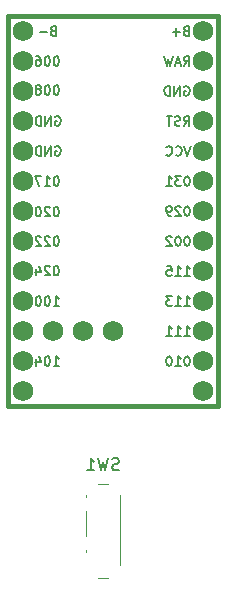
<source format=gbr>
%TF.GenerationSoftware,KiCad,Pcbnew,(6.0.4)*%
%TF.CreationDate,2022-05-05T21:52:17+02:00*%
%TF.ProjectId,Diom-34SP_PCB-rounded,44696f6d-2d33-4345-9350-5f5043422d72,rev?*%
%TF.SameCoordinates,Original*%
%TF.FileFunction,Legend,Bot*%
%TF.FilePolarity,Positive*%
%FSLAX46Y46*%
G04 Gerber Fmt 4.6, Leading zero omitted, Abs format (unit mm)*
G04 Created by KiCad (PCBNEW (6.0.4)) date 2022-05-05 21:52:17*
%MOMM*%
%LPD*%
G01*
G04 APERTURE LIST*
%ADD10C,0.150000*%
%ADD11C,0.381000*%
%ADD12C,0.120000*%
%ADD13C,1.752600*%
G04 APERTURE END LIST*
D10*
%TO.C,U1*%
X193318355Y-69817404D02*
X193775498Y-69817404D01*
X193546926Y-69817404D02*
X193546926Y-69017404D01*
X193623117Y-69131690D01*
X193699307Y-69207880D01*
X193775498Y-69245976D01*
X192556450Y-69817404D02*
X193013593Y-69817404D01*
X192785022Y-69817404D02*
X192785022Y-69017404D01*
X192861212Y-69131690D01*
X192937402Y-69207880D01*
X193013593Y-69245976D01*
X192289783Y-69017404D02*
X191794545Y-69017404D01*
X192061212Y-69322166D01*
X191946926Y-69322166D01*
X191870736Y-69360261D01*
X191832641Y-69398357D01*
X191794545Y-69474547D01*
X191794545Y-69665023D01*
X191832641Y-69741214D01*
X191870736Y-69779309D01*
X191946926Y-69817404D01*
X192175498Y-69817404D01*
X192251688Y-69779309D01*
X192289783Y-69741214D01*
X182396354Y-53815500D02*
X182472545Y-53777404D01*
X182586831Y-53777404D01*
X182701116Y-53815500D01*
X182777307Y-53891690D01*
X182815402Y-53967880D01*
X182853497Y-54120261D01*
X182853497Y-54234547D01*
X182815402Y-54386928D01*
X182777307Y-54463119D01*
X182701116Y-54539309D01*
X182586831Y-54577404D01*
X182510640Y-54577404D01*
X182396354Y-54539309D01*
X182358259Y-54501214D01*
X182358259Y-54234547D01*
X182510640Y-54234547D01*
X182015402Y-54577404D02*
X182015402Y-53777404D01*
X181558259Y-54577404D01*
X181558259Y-53777404D01*
X181177307Y-54577404D02*
X181177307Y-53777404D01*
X180986831Y-53777404D01*
X180872545Y-53815500D01*
X180796354Y-53891690D01*
X180758259Y-53967880D01*
X180720164Y-54120261D01*
X180720164Y-54234547D01*
X180758259Y-54386928D01*
X180796354Y-54463119D01*
X180872545Y-54539309D01*
X180986831Y-54577404D01*
X181177307Y-54577404D01*
X182510641Y-48697404D02*
X182434450Y-48697404D01*
X182358260Y-48735500D01*
X182320164Y-48773595D01*
X182282069Y-48849785D01*
X182243974Y-49002166D01*
X182243974Y-49192642D01*
X182282069Y-49345023D01*
X182320164Y-49421214D01*
X182358260Y-49459309D01*
X182434450Y-49497404D01*
X182510641Y-49497404D01*
X182586831Y-49459309D01*
X182624926Y-49421214D01*
X182663021Y-49345023D01*
X182701117Y-49192642D01*
X182701117Y-49002166D01*
X182663021Y-48849785D01*
X182624926Y-48773595D01*
X182586831Y-48735500D01*
X182510641Y-48697404D01*
X181748736Y-48697404D02*
X181672545Y-48697404D01*
X181596355Y-48735500D01*
X181558260Y-48773595D01*
X181520164Y-48849785D01*
X181482069Y-49002166D01*
X181482069Y-49192642D01*
X181520164Y-49345023D01*
X181558260Y-49421214D01*
X181596355Y-49459309D01*
X181672545Y-49497404D01*
X181748736Y-49497404D01*
X181824926Y-49459309D01*
X181863021Y-49421214D01*
X181901117Y-49345023D01*
X181939212Y-49192642D01*
X181939212Y-49002166D01*
X181901117Y-48849785D01*
X181863021Y-48773595D01*
X181824926Y-48735500D01*
X181748736Y-48697404D01*
X180796355Y-48697404D02*
X180948736Y-48697404D01*
X181024926Y-48735500D01*
X181063021Y-48773595D01*
X181139212Y-48887880D01*
X181177307Y-49040261D01*
X181177307Y-49345023D01*
X181139212Y-49421214D01*
X181101117Y-49459309D01*
X181024926Y-49497404D01*
X180872545Y-49497404D01*
X180796355Y-49459309D01*
X180758260Y-49421214D01*
X180720164Y-49345023D01*
X180720164Y-49154547D01*
X180758260Y-49078357D01*
X180796355Y-49040261D01*
X180872545Y-49002166D01*
X181024926Y-49002166D01*
X181101117Y-49040261D01*
X181139212Y-49078357D01*
X181177307Y-49154547D01*
X193318355Y-67277404D02*
X193775498Y-67277404D01*
X193546926Y-67277404D02*
X193546926Y-66477404D01*
X193623117Y-66591690D01*
X193699307Y-66667880D01*
X193775498Y-66705976D01*
X192556450Y-67277404D02*
X193013593Y-67277404D01*
X192785022Y-67277404D02*
X192785022Y-66477404D01*
X192861212Y-66591690D01*
X192937402Y-66667880D01*
X193013593Y-66705976D01*
X191832641Y-66477404D02*
X192213593Y-66477404D01*
X192251688Y-66858357D01*
X192213593Y-66820261D01*
X192137402Y-66782166D01*
X191946926Y-66782166D01*
X191870736Y-66820261D01*
X191832641Y-66858357D01*
X191794545Y-66934547D01*
X191794545Y-67125023D01*
X191832641Y-67201214D01*
X191870736Y-67239309D01*
X191946926Y-67277404D01*
X192137402Y-67277404D01*
X192213593Y-67239309D01*
X192251688Y-67201214D01*
X193585022Y-58857404D02*
X193508831Y-58857404D01*
X193432641Y-58895500D01*
X193394545Y-58933595D01*
X193356450Y-59009785D01*
X193318355Y-59162166D01*
X193318355Y-59352642D01*
X193356450Y-59505023D01*
X193394545Y-59581214D01*
X193432641Y-59619309D01*
X193508831Y-59657404D01*
X193585022Y-59657404D01*
X193661212Y-59619309D01*
X193699307Y-59581214D01*
X193737402Y-59505023D01*
X193775498Y-59352642D01*
X193775498Y-59162166D01*
X193737402Y-59009785D01*
X193699307Y-58933595D01*
X193661212Y-58895500D01*
X193585022Y-58857404D01*
X193051688Y-58857404D02*
X192556450Y-58857404D01*
X192823117Y-59162166D01*
X192708831Y-59162166D01*
X192632641Y-59200261D01*
X192594545Y-59238357D01*
X192556450Y-59314547D01*
X192556450Y-59505023D01*
X192594545Y-59581214D01*
X192632641Y-59619309D01*
X192708831Y-59657404D01*
X192937402Y-59657404D01*
X193013593Y-59619309D01*
X193051688Y-59581214D01*
X191794545Y-59657404D02*
X192251688Y-59657404D01*
X192023117Y-59657404D02*
X192023117Y-58857404D01*
X192099307Y-58971690D01*
X192175498Y-59047880D01*
X192251688Y-59085976D01*
X193464403Y-46538357D02*
X193350117Y-46576452D01*
X193312022Y-46614547D01*
X193273927Y-46690738D01*
X193273927Y-46805023D01*
X193312022Y-46881214D01*
X193350117Y-46919309D01*
X193426308Y-46957404D01*
X193731069Y-46957404D01*
X193731069Y-46157404D01*
X193464403Y-46157404D01*
X193388212Y-46195500D01*
X193350117Y-46233595D01*
X193312022Y-46309785D01*
X193312022Y-46385976D01*
X193350117Y-46462166D01*
X193388212Y-46500261D01*
X193464403Y-46538357D01*
X193731069Y-46538357D01*
X192931069Y-46652642D02*
X192321546Y-46652642D01*
X192626308Y-46957404D02*
X192626308Y-46347880D01*
X182510641Y-58857404D02*
X182434450Y-58857404D01*
X182358260Y-58895500D01*
X182320164Y-58933595D01*
X182282069Y-59009785D01*
X182243974Y-59162166D01*
X182243974Y-59352642D01*
X182282069Y-59505023D01*
X182320164Y-59581214D01*
X182358260Y-59619309D01*
X182434450Y-59657404D01*
X182510641Y-59657404D01*
X182586831Y-59619309D01*
X182624926Y-59581214D01*
X182663021Y-59505023D01*
X182701117Y-59352642D01*
X182701117Y-59162166D01*
X182663021Y-59009785D01*
X182624926Y-58933595D01*
X182586831Y-58895500D01*
X182510641Y-58857404D01*
X181482069Y-59657404D02*
X181939212Y-59657404D01*
X181710641Y-59657404D02*
X181710641Y-58857404D01*
X181786831Y-58971690D01*
X181863021Y-59047880D01*
X181939212Y-59085976D01*
X181215402Y-58857404D02*
X180682069Y-58857404D01*
X181024926Y-59657404D01*
X193585022Y-63937404D02*
X193508831Y-63937404D01*
X193432641Y-63975500D01*
X193394545Y-64013595D01*
X193356450Y-64089785D01*
X193318355Y-64242166D01*
X193318355Y-64432642D01*
X193356450Y-64585023D01*
X193394545Y-64661214D01*
X193432641Y-64699309D01*
X193508831Y-64737404D01*
X193585022Y-64737404D01*
X193661212Y-64699309D01*
X193699307Y-64661214D01*
X193737402Y-64585023D01*
X193775498Y-64432642D01*
X193775498Y-64242166D01*
X193737402Y-64089785D01*
X193699307Y-64013595D01*
X193661212Y-63975500D01*
X193585022Y-63937404D01*
X192823117Y-63937404D02*
X192746926Y-63937404D01*
X192670736Y-63975500D01*
X192632641Y-64013595D01*
X192594545Y-64089785D01*
X192556450Y-64242166D01*
X192556450Y-64432642D01*
X192594545Y-64585023D01*
X192632641Y-64661214D01*
X192670736Y-64699309D01*
X192746926Y-64737404D01*
X192823117Y-64737404D01*
X192899307Y-64699309D01*
X192937402Y-64661214D01*
X192975498Y-64585023D01*
X193013593Y-64432642D01*
X193013593Y-64242166D01*
X192975498Y-64089785D01*
X192937402Y-64013595D01*
X192899307Y-63975500D01*
X192823117Y-63937404D01*
X192251688Y-64013595D02*
X192213593Y-63975500D01*
X192137402Y-63937404D01*
X191946926Y-63937404D01*
X191870736Y-63975500D01*
X191832641Y-64013595D01*
X191794545Y-64089785D01*
X191794545Y-64165976D01*
X191832641Y-64280261D01*
X192289783Y-64737404D01*
X191794545Y-64737404D01*
X182510641Y-63967404D02*
X182434450Y-63967404D01*
X182358260Y-64005500D01*
X182320164Y-64043595D01*
X182282069Y-64119785D01*
X182243974Y-64272166D01*
X182243974Y-64462642D01*
X182282069Y-64615023D01*
X182320164Y-64691214D01*
X182358260Y-64729309D01*
X182434450Y-64767404D01*
X182510641Y-64767404D01*
X182586831Y-64729309D01*
X182624926Y-64691214D01*
X182663021Y-64615023D01*
X182701117Y-64462642D01*
X182701117Y-64272166D01*
X182663021Y-64119785D01*
X182624926Y-64043595D01*
X182586831Y-64005500D01*
X182510641Y-63967404D01*
X181939212Y-64043595D02*
X181901117Y-64005500D01*
X181824926Y-63967404D01*
X181634450Y-63967404D01*
X181558260Y-64005500D01*
X181520164Y-64043595D01*
X181482069Y-64119785D01*
X181482069Y-64195976D01*
X181520164Y-64310261D01*
X181977307Y-64767404D01*
X181482069Y-64767404D01*
X181177307Y-64043595D02*
X181139212Y-64005500D01*
X181063021Y-63967404D01*
X180872545Y-63967404D01*
X180796355Y-64005500D01*
X180758260Y-64043595D01*
X180720164Y-64119785D01*
X180720164Y-64195976D01*
X180758260Y-64310261D01*
X181215402Y-64767404D01*
X180720164Y-64767404D01*
X193318355Y-72357404D02*
X193775498Y-72357404D01*
X193546926Y-72357404D02*
X193546926Y-71557404D01*
X193623117Y-71671690D01*
X193699307Y-71747880D01*
X193775498Y-71785976D01*
X192556450Y-72357404D02*
X193013593Y-72357404D01*
X192785022Y-72357404D02*
X192785022Y-71557404D01*
X192861212Y-71671690D01*
X192937402Y-71747880D01*
X193013593Y-71785976D01*
X191794545Y-72357404D02*
X192251688Y-72357404D01*
X192023117Y-72357404D02*
X192023117Y-71557404D01*
X192099307Y-71671690D01*
X192175498Y-71747880D01*
X192251688Y-71785976D01*
X182510641Y-61467404D02*
X182434450Y-61467404D01*
X182358260Y-61505500D01*
X182320164Y-61543595D01*
X182282069Y-61619785D01*
X182243974Y-61772166D01*
X182243974Y-61962642D01*
X182282069Y-62115023D01*
X182320164Y-62191214D01*
X182358260Y-62229309D01*
X182434450Y-62267404D01*
X182510641Y-62267404D01*
X182586831Y-62229309D01*
X182624926Y-62191214D01*
X182663021Y-62115023D01*
X182701117Y-61962642D01*
X182701117Y-61772166D01*
X182663021Y-61619785D01*
X182624926Y-61543595D01*
X182586831Y-61505500D01*
X182510641Y-61467404D01*
X181939212Y-61543595D02*
X181901117Y-61505500D01*
X181824926Y-61467404D01*
X181634450Y-61467404D01*
X181558260Y-61505500D01*
X181520164Y-61543595D01*
X181482069Y-61619785D01*
X181482069Y-61695976D01*
X181520164Y-61810261D01*
X181977307Y-62267404D01*
X181482069Y-62267404D01*
X180986831Y-61467404D02*
X180910641Y-61467404D01*
X180834450Y-61505500D01*
X180796355Y-61543595D01*
X180758260Y-61619785D01*
X180720164Y-61772166D01*
X180720164Y-61962642D01*
X180758260Y-62115023D01*
X180796355Y-62191214D01*
X180834450Y-62229309D01*
X180910641Y-62267404D01*
X180986831Y-62267404D01*
X181063021Y-62229309D01*
X181101117Y-62191214D01*
X181139212Y-62115023D01*
X181177307Y-61962642D01*
X181177307Y-61772166D01*
X181139212Y-61619785D01*
X181101117Y-61543595D01*
X181063021Y-61505500D01*
X180986831Y-61467404D01*
X182396354Y-56355500D02*
X182472545Y-56317404D01*
X182586831Y-56317404D01*
X182701116Y-56355500D01*
X182777307Y-56431690D01*
X182815402Y-56507880D01*
X182853497Y-56660261D01*
X182853497Y-56774547D01*
X182815402Y-56926928D01*
X182777307Y-57003119D01*
X182701116Y-57079309D01*
X182586831Y-57117404D01*
X182510640Y-57117404D01*
X182396354Y-57079309D01*
X182358259Y-57041214D01*
X182358259Y-56774547D01*
X182510640Y-56774547D01*
X182015402Y-57117404D02*
X182015402Y-56317404D01*
X181558259Y-57117404D01*
X181558259Y-56317404D01*
X181177307Y-57117404D02*
X181177307Y-56317404D01*
X180986831Y-56317404D01*
X180872545Y-56355500D01*
X180796354Y-56431690D01*
X180758259Y-56507880D01*
X180720164Y-56660261D01*
X180720164Y-56774547D01*
X180758259Y-56926928D01*
X180796354Y-57003119D01*
X180872545Y-57079309D01*
X180986831Y-57117404D01*
X181177307Y-57117404D01*
X193312021Y-51275500D02*
X193388212Y-51237404D01*
X193502498Y-51237404D01*
X193616783Y-51275500D01*
X193692974Y-51351690D01*
X193731069Y-51427880D01*
X193769164Y-51580261D01*
X193769164Y-51694547D01*
X193731069Y-51846928D01*
X193692974Y-51923119D01*
X193616783Y-51999309D01*
X193502498Y-52037404D01*
X193426307Y-52037404D01*
X193312021Y-51999309D01*
X193273926Y-51961214D01*
X193273926Y-51694547D01*
X193426307Y-51694547D01*
X192931069Y-52037404D02*
X192931069Y-51237404D01*
X192473926Y-52037404D01*
X192473926Y-51237404D01*
X192092974Y-52037404D02*
X192092974Y-51237404D01*
X191902498Y-51237404D01*
X191788212Y-51275500D01*
X191712021Y-51351690D01*
X191673926Y-51427880D01*
X191635831Y-51580261D01*
X191635831Y-51694547D01*
X191673926Y-51846928D01*
X191712021Y-51923119D01*
X191788212Y-51999309D01*
X191902498Y-52037404D01*
X192092974Y-52037404D01*
X193585022Y-74097404D02*
X193508831Y-74097404D01*
X193432641Y-74135500D01*
X193394545Y-74173595D01*
X193356450Y-74249785D01*
X193318355Y-74402166D01*
X193318355Y-74592642D01*
X193356450Y-74745023D01*
X193394545Y-74821214D01*
X193432641Y-74859309D01*
X193508831Y-74897404D01*
X193585022Y-74897404D01*
X193661212Y-74859309D01*
X193699307Y-74821214D01*
X193737402Y-74745023D01*
X193775498Y-74592642D01*
X193775498Y-74402166D01*
X193737402Y-74249785D01*
X193699307Y-74173595D01*
X193661212Y-74135500D01*
X193585022Y-74097404D01*
X192556450Y-74897404D02*
X193013593Y-74897404D01*
X192785022Y-74897404D02*
X192785022Y-74097404D01*
X192861212Y-74211690D01*
X192937402Y-74287880D01*
X193013593Y-74325976D01*
X192061212Y-74097404D02*
X191985022Y-74097404D01*
X191908831Y-74135500D01*
X191870736Y-74173595D01*
X191832641Y-74249785D01*
X191794545Y-74402166D01*
X191794545Y-74592642D01*
X191832641Y-74745023D01*
X191870736Y-74821214D01*
X191908831Y-74859309D01*
X191985022Y-74897404D01*
X192061212Y-74897404D01*
X192137402Y-74859309D01*
X192175498Y-74821214D01*
X192213593Y-74745023D01*
X192251688Y-74592642D01*
X192251688Y-74402166D01*
X192213593Y-74249785D01*
X192175498Y-74173595D01*
X192137402Y-74135500D01*
X192061212Y-74097404D01*
X182243974Y-74897404D02*
X182701117Y-74897404D01*
X182472545Y-74897404D02*
X182472545Y-74097404D01*
X182548736Y-74211690D01*
X182624926Y-74287880D01*
X182701117Y-74325976D01*
X181748736Y-74097404D02*
X181672545Y-74097404D01*
X181596355Y-74135500D01*
X181558260Y-74173595D01*
X181520164Y-74249785D01*
X181482069Y-74402166D01*
X181482069Y-74592642D01*
X181520164Y-74745023D01*
X181558260Y-74821214D01*
X181596355Y-74859309D01*
X181672545Y-74897404D01*
X181748736Y-74897404D01*
X181824926Y-74859309D01*
X181863021Y-74821214D01*
X181901117Y-74745023D01*
X181939212Y-74592642D01*
X181939212Y-74402166D01*
X181901117Y-74249785D01*
X181863021Y-74173595D01*
X181824926Y-74135500D01*
X181748736Y-74097404D01*
X180796355Y-74364071D02*
X180796355Y-74897404D01*
X180986831Y-74059309D02*
X181177307Y-74630738D01*
X180682069Y-74630738D01*
X193273926Y-49497404D02*
X193540593Y-49116452D01*
X193731069Y-49497404D02*
X193731069Y-48697404D01*
X193426307Y-48697404D01*
X193350117Y-48735500D01*
X193312022Y-48773595D01*
X193273926Y-48849785D01*
X193273926Y-48964071D01*
X193312022Y-49040261D01*
X193350117Y-49078357D01*
X193426307Y-49116452D01*
X193731069Y-49116452D01*
X192969165Y-49268833D02*
X192588212Y-49268833D01*
X193045355Y-49497404D02*
X192778688Y-48697404D01*
X192512022Y-49497404D01*
X192321546Y-48697404D02*
X192131069Y-49497404D01*
X191978688Y-48925976D01*
X191826307Y-49497404D01*
X191635831Y-48697404D01*
X193851688Y-56317404D02*
X193585022Y-57117404D01*
X193318355Y-56317404D01*
X192594545Y-57041214D02*
X192632641Y-57079309D01*
X192746926Y-57117404D01*
X192823117Y-57117404D01*
X192937402Y-57079309D01*
X193013593Y-57003119D01*
X193051688Y-56926928D01*
X193089783Y-56774547D01*
X193089783Y-56660261D01*
X193051688Y-56507880D01*
X193013593Y-56431690D01*
X192937402Y-56355500D01*
X192823117Y-56317404D01*
X192746926Y-56317404D01*
X192632641Y-56355500D01*
X192594545Y-56393595D01*
X191794545Y-57041214D02*
X191832641Y-57079309D01*
X191946926Y-57117404D01*
X192023117Y-57117404D01*
X192137402Y-57079309D01*
X192213593Y-57003119D01*
X192251688Y-56926928D01*
X192289783Y-56774547D01*
X192289783Y-56660261D01*
X192251688Y-56507880D01*
X192213593Y-56431690D01*
X192137402Y-56355500D01*
X192023117Y-56317404D01*
X191946926Y-56317404D01*
X191832641Y-56355500D01*
X191794545Y-56393595D01*
X182510641Y-51167404D02*
X182434450Y-51167404D01*
X182358260Y-51205500D01*
X182320164Y-51243595D01*
X182282069Y-51319785D01*
X182243974Y-51472166D01*
X182243974Y-51662642D01*
X182282069Y-51815023D01*
X182320164Y-51891214D01*
X182358260Y-51929309D01*
X182434450Y-51967404D01*
X182510641Y-51967404D01*
X182586831Y-51929309D01*
X182624926Y-51891214D01*
X182663021Y-51815023D01*
X182701117Y-51662642D01*
X182701117Y-51472166D01*
X182663021Y-51319785D01*
X182624926Y-51243595D01*
X182586831Y-51205500D01*
X182510641Y-51167404D01*
X181748736Y-51167404D02*
X181672545Y-51167404D01*
X181596355Y-51205500D01*
X181558260Y-51243595D01*
X181520164Y-51319785D01*
X181482069Y-51472166D01*
X181482069Y-51662642D01*
X181520164Y-51815023D01*
X181558260Y-51891214D01*
X181596355Y-51929309D01*
X181672545Y-51967404D01*
X181748736Y-51967404D01*
X181824926Y-51929309D01*
X181863021Y-51891214D01*
X181901117Y-51815023D01*
X181939212Y-51662642D01*
X181939212Y-51472166D01*
X181901117Y-51319785D01*
X181863021Y-51243595D01*
X181824926Y-51205500D01*
X181748736Y-51167404D01*
X181024926Y-51510261D02*
X181101117Y-51472166D01*
X181139212Y-51434071D01*
X181177307Y-51357880D01*
X181177307Y-51319785D01*
X181139212Y-51243595D01*
X181101117Y-51205500D01*
X181024926Y-51167404D01*
X180872545Y-51167404D01*
X180796355Y-51205500D01*
X180758260Y-51243595D01*
X180720164Y-51319785D01*
X180720164Y-51357880D01*
X180758260Y-51434071D01*
X180796355Y-51472166D01*
X180872545Y-51510261D01*
X181024926Y-51510261D01*
X181101117Y-51548357D01*
X181139212Y-51586452D01*
X181177307Y-51662642D01*
X181177307Y-51815023D01*
X181139212Y-51891214D01*
X181101117Y-51929309D01*
X181024926Y-51967404D01*
X180872545Y-51967404D01*
X180796355Y-51929309D01*
X180758260Y-51891214D01*
X180720164Y-51815023D01*
X180720164Y-51662642D01*
X180758260Y-51586452D01*
X180796355Y-51548357D01*
X180872545Y-51510261D01*
X193273926Y-54577404D02*
X193540592Y-54196452D01*
X193731069Y-54577404D02*
X193731069Y-53777404D01*
X193426307Y-53777404D01*
X193350116Y-53815500D01*
X193312021Y-53853595D01*
X193273926Y-53929785D01*
X193273926Y-54044071D01*
X193312021Y-54120261D01*
X193350116Y-54158357D01*
X193426307Y-54196452D01*
X193731069Y-54196452D01*
X192969164Y-54539309D02*
X192854878Y-54577404D01*
X192664402Y-54577404D01*
X192588211Y-54539309D01*
X192550116Y-54501214D01*
X192512021Y-54425023D01*
X192512021Y-54348833D01*
X192550116Y-54272642D01*
X192588211Y-54234547D01*
X192664402Y-54196452D01*
X192816783Y-54158357D01*
X192892973Y-54120261D01*
X192931069Y-54082166D01*
X192969164Y-54005976D01*
X192969164Y-53929785D01*
X192931069Y-53853595D01*
X192892973Y-53815500D01*
X192816783Y-53777404D01*
X192626307Y-53777404D01*
X192512021Y-53815500D01*
X192283450Y-53777404D02*
X191826307Y-53777404D01*
X192054878Y-54577404D02*
X192054878Y-53777404D01*
X182510641Y-66467404D02*
X182434450Y-66467404D01*
X182358260Y-66505500D01*
X182320164Y-66543595D01*
X182282069Y-66619785D01*
X182243974Y-66772166D01*
X182243974Y-66962642D01*
X182282069Y-67115023D01*
X182320164Y-67191214D01*
X182358260Y-67229309D01*
X182434450Y-67267404D01*
X182510641Y-67267404D01*
X182586831Y-67229309D01*
X182624926Y-67191214D01*
X182663021Y-67115023D01*
X182701117Y-66962642D01*
X182701117Y-66772166D01*
X182663021Y-66619785D01*
X182624926Y-66543595D01*
X182586831Y-66505500D01*
X182510641Y-66467404D01*
X181939212Y-66543595D02*
X181901117Y-66505500D01*
X181824926Y-66467404D01*
X181634450Y-66467404D01*
X181558260Y-66505500D01*
X181520164Y-66543595D01*
X181482069Y-66619785D01*
X181482069Y-66695976D01*
X181520164Y-66810261D01*
X181977307Y-67267404D01*
X181482069Y-67267404D01*
X180796355Y-66734071D02*
X180796355Y-67267404D01*
X180986831Y-66429309D02*
X181177307Y-67000738D01*
X180682069Y-67000738D01*
X182243974Y-69817404D02*
X182701117Y-69817404D01*
X182472545Y-69817404D02*
X182472545Y-69017404D01*
X182548736Y-69131690D01*
X182624926Y-69207880D01*
X182701117Y-69245976D01*
X181748736Y-69017404D02*
X181672545Y-69017404D01*
X181596355Y-69055500D01*
X181558260Y-69093595D01*
X181520164Y-69169785D01*
X181482069Y-69322166D01*
X181482069Y-69512642D01*
X181520164Y-69665023D01*
X181558260Y-69741214D01*
X181596355Y-69779309D01*
X181672545Y-69817404D01*
X181748736Y-69817404D01*
X181824926Y-69779309D01*
X181863021Y-69741214D01*
X181901117Y-69665023D01*
X181939212Y-69512642D01*
X181939212Y-69322166D01*
X181901117Y-69169785D01*
X181863021Y-69093595D01*
X181824926Y-69055500D01*
X181748736Y-69017404D01*
X180986831Y-69017404D02*
X180910641Y-69017404D01*
X180834450Y-69055500D01*
X180796355Y-69093595D01*
X180758260Y-69169785D01*
X180720164Y-69322166D01*
X180720164Y-69512642D01*
X180758260Y-69665023D01*
X180796355Y-69741214D01*
X180834450Y-69779309D01*
X180910641Y-69817404D01*
X180986831Y-69817404D01*
X181063021Y-69779309D01*
X181101117Y-69741214D01*
X181139212Y-69665023D01*
X181177307Y-69512642D01*
X181177307Y-69322166D01*
X181139212Y-69169785D01*
X181101117Y-69093595D01*
X181063021Y-69055500D01*
X180986831Y-69017404D01*
X193585022Y-61397404D02*
X193508831Y-61397404D01*
X193432641Y-61435500D01*
X193394545Y-61473595D01*
X193356450Y-61549785D01*
X193318355Y-61702166D01*
X193318355Y-61892642D01*
X193356450Y-62045023D01*
X193394545Y-62121214D01*
X193432641Y-62159309D01*
X193508831Y-62197404D01*
X193585022Y-62197404D01*
X193661212Y-62159309D01*
X193699307Y-62121214D01*
X193737402Y-62045023D01*
X193775498Y-61892642D01*
X193775498Y-61702166D01*
X193737402Y-61549785D01*
X193699307Y-61473595D01*
X193661212Y-61435500D01*
X193585022Y-61397404D01*
X193013593Y-61473595D02*
X192975498Y-61435500D01*
X192899307Y-61397404D01*
X192708831Y-61397404D01*
X192632641Y-61435500D01*
X192594545Y-61473595D01*
X192556450Y-61549785D01*
X192556450Y-61625976D01*
X192594545Y-61740261D01*
X193051688Y-62197404D01*
X192556450Y-62197404D01*
X192175498Y-62197404D02*
X192023117Y-62197404D01*
X191946926Y-62159309D01*
X191908831Y-62121214D01*
X191832641Y-62006928D01*
X191794545Y-61854547D01*
X191794545Y-61549785D01*
X191832641Y-61473595D01*
X191870736Y-61435500D01*
X191946926Y-61397404D01*
X192099307Y-61397404D01*
X192175498Y-61435500D01*
X192213593Y-61473595D01*
X192251688Y-61549785D01*
X192251688Y-61740261D01*
X192213593Y-61816452D01*
X192175498Y-61854547D01*
X192099307Y-61892642D01*
X191946926Y-61892642D01*
X191870736Y-61854547D01*
X191832641Y-61816452D01*
X191794545Y-61740261D01*
X182224926Y-46538357D02*
X182110640Y-46576452D01*
X182072545Y-46614547D01*
X182034450Y-46690738D01*
X182034450Y-46805023D01*
X182072545Y-46881214D01*
X182110640Y-46919309D01*
X182186831Y-46957404D01*
X182491592Y-46957404D01*
X182491592Y-46157404D01*
X182224926Y-46157404D01*
X182148735Y-46195500D01*
X182110640Y-46233595D01*
X182072545Y-46309785D01*
X182072545Y-46385976D01*
X182110640Y-46462166D01*
X182148735Y-46500261D01*
X182224926Y-46538357D01*
X182491592Y-46538357D01*
X181691592Y-46652642D02*
X181082069Y-46652642D01*
%TO.C,SW1*%
X187769333Y-83704761D02*
X187626476Y-83752380D01*
X187388380Y-83752380D01*
X187293142Y-83704761D01*
X187245523Y-83657142D01*
X187197904Y-83561904D01*
X187197904Y-83466666D01*
X187245523Y-83371428D01*
X187293142Y-83323809D01*
X187388380Y-83276190D01*
X187578857Y-83228571D01*
X187674095Y-83180952D01*
X187721714Y-83133333D01*
X187769333Y-83038095D01*
X187769333Y-82942857D01*
X187721714Y-82847619D01*
X187674095Y-82800000D01*
X187578857Y-82752380D01*
X187340761Y-82752380D01*
X187197904Y-82800000D01*
X186864571Y-82752380D02*
X186626476Y-83752380D01*
X186436000Y-83038095D01*
X186245523Y-83752380D01*
X186007428Y-82752380D01*
X185102666Y-83752380D02*
X185674095Y-83752380D01*
X185388380Y-83752380D02*
X185388380Y-82752380D01*
X185483619Y-82895238D01*
X185578857Y-82990476D01*
X185674095Y-83038095D01*
D11*
%TO.C,U1*%
X178357831Y-78345500D02*
X196137831Y-78345500D01*
X196137831Y-78345500D02*
X196137831Y-45325500D01*
X196137831Y-45325500D02*
X178357831Y-45325500D01*
X178357831Y-45325500D02*
X178357831Y-78345500D01*
D12*
%TO.C,SW1*%
X185036000Y-90700000D02*
X185036000Y-90500000D01*
X186036000Y-84900000D02*
X186836000Y-84900000D01*
X185036000Y-86000000D02*
X185036000Y-85900000D01*
X186836000Y-92900000D02*
X186036000Y-92900000D01*
X187836000Y-85900000D02*
X187836000Y-91800000D01*
X185036000Y-89300000D02*
X185036000Y-87200000D01*
%TD*%
D13*
%TO.C,U1*%
X179627831Y-49135500D03*
X179627831Y-51675500D03*
X179627831Y-54215500D03*
X179627831Y-56755500D03*
X179627831Y-59295500D03*
X179627831Y-61835500D03*
X179627831Y-64375500D03*
X179627831Y-66915500D03*
X179627831Y-69455500D03*
X179627831Y-71995500D03*
X179627831Y-74535500D03*
X179627831Y-77075500D03*
X194867831Y-77075500D03*
X194867831Y-74535500D03*
X194867831Y-71995500D03*
X194867831Y-69455500D03*
X194867831Y-66915500D03*
X194867831Y-64375500D03*
X194867831Y-61835500D03*
X194867831Y-59295500D03*
X194867831Y-56755500D03*
X194867831Y-54215500D03*
X194867831Y-51675500D03*
X194867831Y-49135500D03*
X179627831Y-46595500D03*
X182167831Y-71995500D03*
X184707831Y-71995500D03*
X187247831Y-71995500D03*
X194867831Y-46595500D03*
%TD*%
M02*

</source>
